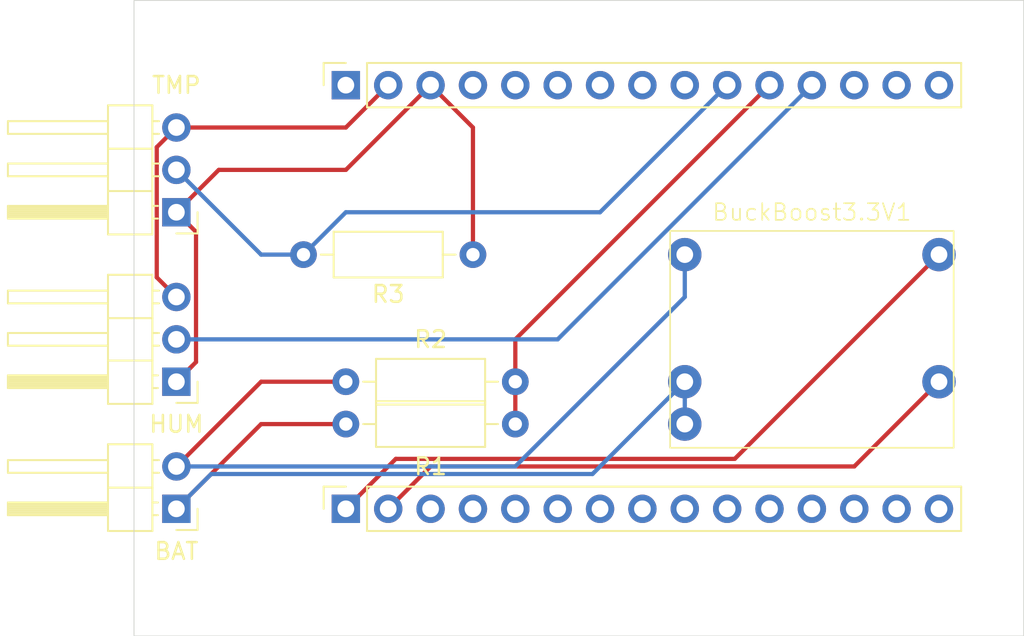
<source format=kicad_pcb>
(kicad_pcb (version 20240108) (generator "pcbnew") (generator_version "8.0")
  (layers (0 "F.Cu" signal) (31 "B.Cu" signal) (34 "B.Paste" user) (35 "F.Paste" user) (36 "B.SilkS" user "B.Silkscreen") (37 "F.SilkS" user "F.Silkscreen") (38 "B.Mask" user) (39 "F.Mask" user) (44 "Edge.Cuts" user))
  (net 0 "")
  (net 1 "GND")
  (net 2 "3.3V")
  (net 3 "BAT+")
  (net 4 "BAT")
  (net 5 "TMP")
  (net 6 "HUM")
  (net 7 "SEN")
  (footprint "Resistor_THT:R_Axial_DIN0207_L6.3mm_D2.5mm_P10.16mm_Horizontal" (layer "F.Cu") (at 48.26 48.26 180)
    (property "Reference" "R2" (at 5.08 2.54 0) (layer "F.SilkS"))
    (property "Value" "1M")
    (fp_line (start 9.12 0) (end 8.35 0) (stroke (width 0.12)) (layer "F.SilkS"))
    (fp_line (start 8.35 1.37) (end 8.35 -1.37) (stroke (width 0.12)) (layer "F.SilkS"))
    (fp_line (start 8.35 -1.37) (end 1.81 -1.37) (stroke (width 0.12)) (layer "F.SilkS"))
    (fp_line (start 1.81 1.37) (end 8.35 1.37) (stroke (width 0.12)) (layer "F.SilkS"))
    (fp_line (start 1.81 -1.37) (end 1.81 1.37) (stroke (width 0.12)) (layer "F.SilkS"))
    (fp_line (start 1.04 0) (end 1.81 0) (stroke (width 0.12)) (layer "F.SilkS"))
    (pad "1" thru_hole circle (at 0 0 180) (size 1.6 1.6) (drill 0.8) (layers "*.Cu" "*.Mask") (net 4 "BAT"))
    (pad "2" thru_hole oval (at 10.16 0 180) (size 1.6 1.6) (drill 0.8) (layers "*.Cu" "*.Mask") (net 1 "GND"))
  )
  (footprint "Connector_PinHeader_2.54mm:PinHeader_1x02_P2.54mm_Horizontal" (layer "F.Cu") (at 27.94 55.88 180)
    (property "Reference" "BAT" (at 0 -2.54 0) (layer "F.SilkS"))
    (property "Value" "PinHeader_1x02_P2.54mm_Horizontal" (hide yes))
    (fp_line (start 10.1 2.92) (end 4.1 2.92) (stroke (width 0.12)) (layer "F.SilkS"))
    (fp_line (start 10.1 2.16) (end 10.1 2.92) (stroke (width 0.12)) (layer "F.SilkS"))
    (fp_line (start 10.1 0.38) (end 4.1 0.38) (stroke (width 0.12)) (layer "F.SilkS"))
    (fp_line (start 10.1 -0.38) (end 10.1 0.38) (stroke (width 0.12)) (layer "F.SilkS"))
    (fp_line (start 4.1 3.87) (end 4.1 -1.33) (stroke (width 0.12)) (layer "F.SilkS"))
    (fp_line (start 4.1 2.16) (end 10.1 2.16) (stroke (width 0.12)) (layer "F.SilkS"))
    (fp_line (start 4.1 0.28) (end 10.1 0.28) (stroke (width 0.12)) (layer "F.SilkS"))
    (fp_line (start 4.1 0.16) (end 10.1 0.16) (stroke (width 0.12)) (layer "F.SilkS"))
    (fp_line (start 4.1 0.04) (end 10.1 0.04) (stroke (width 0.12)) (layer "F.SilkS"))
    (fp_line (start 4.1 -0.08) (end 10.1 -0.08) (stroke (width 0.12)) (layer "F.SilkS"))
    (fp_line (start 4.1 -0.2) (end 10.1 -0.2) (stroke (width 0.12)) (layer "F.SilkS"))
    (fp_line (start 4.1 -0.32) (end 10.1 -0.32) (stroke (width 0.12)) (layer "F.SilkS"))
    (fp_line (start 4.1 -0.38) (end 10.1 -0.38) (stroke (width 0.12)) (layer "F.SilkS"))
    (fp_line (start 4.1 -1.33) (end 1.44 -1.33) (stroke (width 0.12)) (layer "F.SilkS"))
    (fp_line (start 1.44 3.87) (end 4.1 3.87) (stroke (width 0.12)) (layer "F.SilkS"))
    (fp_line (start 1.44 1.27) (end 4.1 1.27) (stroke (width 0.12)) (layer "F.SilkS"))
    (fp_line (start 1.44 -1.33) (end 1.44 3.87) (stroke (width 0.12)) (layer "F.SilkS"))
    (fp_line (start 1.11 0.38) (end 1.44 0.38) (stroke (width 0.12)) (layer "F.SilkS"))
    (fp_line (start 1.11 -0.38) (end 1.44 -0.38) (stroke (width 0.12)) (layer "F.SilkS"))
    (fp_line (start 1.042929 2.92) (end 1.44 2.92) (stroke (width 0.12)) (layer "F.SilkS"))
    (fp_line (start 1.042929 2.16) (end 1.44 2.16) (stroke (width 0.12)) (layer "F.SilkS"))
    (fp_line (start -1.27 0) (end -1.27 -1.27) (stroke (width 0.12)) (layer "F.SilkS"))
    (fp_line (start -1.27 -1.27) (end 0 -1.27) (stroke (width 0.12)) (layer "F.SilkS"))
    (pad "+" thru_hole rect (at 0 0 180) (size 1.7 1.7) (drill 1) (layers "*.Cu" "*.Mask") (net 3 "BAT+"))
    (pad "-" thru_hole oval (at 0 2.54 180) (size 1.7 1.7) (drill 1) (layers "*.Cu" "*.Mask") (net 1 "GND"))
  )
  (footprint "Connector_PinSocket_2.54mm:PinSocket_1x15_P2.54mm_Vertical" (layer "F.Cu") (at 38.1 30.48 90)
    (property "Reference" "REF**" (hide yes))
    (property "Value" "PinSocket_1x15_P2.54mm_Vertical" (hide yes))
    (fp_line (start 1.33 -1.33) (end 1.33 0) (stroke (width 0.12)) (layer "F.SilkS"))
    (fp_line (start 0 -1.33) (end 1.33 -1.33) (stroke (width 0.12)) (layer "F.SilkS"))
    (fp_line (start 1.33 1.27) (end 1.33 36.89) (stroke (width 0.12)) (layer "F.SilkS"))
    (fp_line (start -1.33 1.27) (end 1.33 1.27) (stroke (width 0.12)) (layer "F.SilkS"))
    (fp_line (start -1.33 1.27) (end -1.33 36.89) (stroke (width 0.12)) (layer "F.SilkS"))
    (fp_line (start -1.33 36.89) (end 1.33 36.89) (stroke (width 0.12)) (layer "F.SilkS"))
    (pad "1" thru_hole rect (at 0 0 90) (size 1.7 1.7) (drill 1) (layers "*.Cu" "*.Mask"))
    (pad "4" thru_hole oval (at 0 7.62 90) (size 1.7 1.7) (drill 1) (layers "*.Cu" "*.Mask"))
    (pad "5" thru_hole oval (at 0 10.16 90) (size 1.7 1.7) (drill 1) (layers "*.Cu" "*.Mask"))
    (pad "6" thru_hole oval (at 0 12.7 90) (size 1.7 1.7) (drill 1) (layers "*.Cu" "*.Mask"))
    (pad "7" thru_hole oval (at 0 15.24 90) (size 1.7 1.7) (drill 1) (layers "*.Cu" "*.Mask"))
    (pad "8" thru_hole oval (at 0 17.78 90) (size 1.7 1.7) (drill 1) (layers "*.Cu" "*.Mask"))
    (pad "12" thru_hole oval (at 0 27.94 90) (size 1.7 1.7) (drill 1) (layers "*.Cu" "*.Mask"))
    (pad "13" thru_hole oval (at 0 30.48 90) (size 1.7 1.7) (drill 1) (layers "*.Cu" "*.Mask"))
    (pad "14" thru_hole oval (at 0 33.02 90) (size 1.7 1.7) (drill 1) (layers "*.Cu" "*.Mask"))
    (pad "15" thru_hole oval (at 0 35.56 90) (size 1.7 1.7) (drill 1) (layers "*.Cu" "*.Mask"))
    (pad "BAT" thru_hole oval (at 0 22.86 90) (size 1.7 1.7) (drill 1) (layers "*.Cu" "*.Mask") (net 4 "BAT"))
    (pad "GND" thru_hole oval (at 0 2.54 90) (size 1.7 1.7) (drill 1) (layers "*.Cu" "*.Mask") (net 1 "GND"))
    (pad "HUM" thru_hole oval (at 0 25.4 90) (size 1.7 1.7) (drill 1) (layers "*.Cu" "*.Mask") (net 6 "HUM"))
    (pad "SEN" thru_hole oval (at 0 5.08 90) (size 1.7 1.7) (drill 1) (layers "*.Cu" "*.Mask") (net 7 "SEN"))
    (pad "TMP" thru_hole oval (at 0 20.32 90) (size 1.7 1.7) (drill 1) (layers "*.Cu" "*.Mask") (net 5 "TMP"))
  )
  (footprint "Connector_PinSocket_2.54mm:PinSocket_1x15_P2.54mm_Vertical" (layer "F.Cu") (at 38.1 55.88 90)
    (property "Reference" "REF**" (hide yes))
    (property "Value" "PinSocket_1x15_P2.54mm_Vertical" (hide yes))
    (fp_line (start 1.33 -1.33) (end 1.33 0) (stroke (width 0.12)) (layer "F.SilkS"))
    (fp_line (start 0 -1.33) (end 1.33 -1.33) (stroke (width 0.12)) (layer "F.SilkS"))
    (fp_line (start 1.33 1.27) (end 1.33 36.89) (stroke (width 0.12)) (layer "F.SilkS"))
    (fp_line (start -1.33 1.27) (end 1.33 1.27) (stroke (width 0.12)) (layer "F.SilkS"))
    (fp_line (start -1.33 1.27) (end -1.33 36.89) (stroke (width 0.12)) (layer "F.SilkS"))
    (fp_line (start -1.33 36.89) (end 1.33 36.89) (stroke (width 0.12)) (layer "F.SilkS"))
    (pad "3" thru_hole oval (at 0 5.08 90) (size 1.7 1.7) (drill 1) (layers "*.Cu" "*.Mask"))
    (pad "3.3V" thru_hole rect (at 0 0 90) (size 1.7 1.7) (drill 1) (layers "*.Cu" "*.Mask") (net 2 "3.3V"))
    (pad "4" thru_hole oval (at 0 7.62 90) (size 1.7 1.7) (drill 1) (layers "*.Cu" "*.Mask"))
    (pad "5" thru_hole oval (at 0 10.16 90) (size 1.7 1.7) (drill 1) (layers "*.Cu" "*.Mask"))
    (pad "6" thru_hole oval (at 0 12.7 90) (size 1.7 1.7) (drill 1) (layers "*.Cu" "*.Mask"))
    (pad "7" thru_hole oval (at 0 15.24 90) (size 1.7 1.7) (drill 1) (layers "*.Cu" "*.Mask"))
    (pad "8" thru_hole oval (at 0 17.78 90) (size 1.7 1.7) (drill 1) (layers "*.Cu" "*.Mask"))
    (pad "9" thru_hole oval (at 0 20.32 90) (size 1.7 1.7) (drill 1) (layers "*.Cu" "*.Mask"))
    (pad "10" thru_hole oval (at 0 22.86 90) (size 1.7 1.7) (drill 1) (layers "*.Cu" "*.Mask"))
    (pad "11" thru_hole oval (at 0 25.4 90) (size 1.7 1.7) (drill 1) (layers "*.Cu" "*.Mask"))
    (pad "12" thru_hole oval (at 0 27.94 90) (size 1.7 1.7) (drill 1) (layers "*.Cu" "*.Mask"))
    (pad "13" thru_hole oval (at 0 30.48 90) (size 1.7 1.7) (drill 1) (layers "*.Cu" "*.Mask"))
    (pad "14" thru_hole oval (at 0 33.02 90) (size 1.7 1.7) (drill 1) (layers "*.Cu" "*.Mask"))
    (pad "15" thru_hole oval (at 0 35.56 90) (size 1.7 1.7) (drill 1) (layers "*.Cu" "*.Mask"))
    (pad "GND" thru_hole oval (at 0 2.54 90) (size 1.7 1.7) (drill 1) (layers "*.Cu" "*.Mask") (net 1 "GND"))
  )
  (footprint "Resistor_THT:R_Axial_DIN0207_L6.3mm_D2.5mm_P10.16mm_Horizontal" (layer "F.Cu") (at 38.1 50.8)
    (property "Reference" "R1" (at 5.08 2.54 0) (layer "F.SilkS"))
    (property "Value" "1M")
    (fp_line (start 1.04 0) (end 1.81 0) (stroke (width 0.12)) (layer "F.SilkS"))
    (fp_line (start 1.81 -1.37) (end 1.81 1.37) (stroke (width 0.12)) (layer "F.SilkS"))
    (fp_line (start 1.81 1.37) (end 8.35 1.37) (stroke (width 0.12)) (layer "F.SilkS"))
    (fp_line (start 8.35 -1.37) (end 1.81 -1.37) (stroke (width 0.12)) (layer "F.SilkS"))
    (fp_line (start 8.35 1.37) (end 8.35 -1.37) (stroke (width 0.12)) (layer "F.SilkS"))
    (fp_line (start 9.12 0) (end 8.35 0) (stroke (width 0.12)) (layer "F.SilkS"))
    (pad "1" thru_hole circle (at 0 0) (size 1.6 1.6) (drill 0.8) (layers "*.Cu" "*.Mask") (net 3 "BAT+"))
    (pad "2" thru_hole oval (at 10.16 0) (size 1.6 1.6) (drill 0.8) (layers "*.Cu" "*.Mask") (net 4 "BAT"))
  )
  (footprint "Connector_PinHeader_2.54mm:PinHeader_1x03_P2.54mm_Horizontal" (layer "F.Cu") (at 27.94 38.1 180)
    (property "Reference" "TMP" (at 0 7.62 0) (layer "F.SilkS"))
    (property "Value" "PinHeader_1x03_P2.54mm_Horizontal" (hide yes))
    (fp_line (start 10.1 5.46) (end 4.1 5.46) (stroke (width 0.12)) (layer "F.SilkS"))
    (fp_line (start 10.1 4.7) (end 10.1 5.46) (stroke (width 0.12)) (layer "F.SilkS"))
    (fp_line (start 10.1 2.92) (end 4.1 2.92) (stroke (width 0.12)) (layer "F.SilkS"))
    (fp_line (start 10.1 2.16) (end 10.1 2.92) (stroke (width 0.12)) (layer "F.SilkS"))
    (fp_line (start 10.1 0.38) (end 4.1 0.38) (stroke (width 0.12)) (layer "F.SilkS"))
    (fp_line (start 10.1 -0.38) (end 10.1 0.38) (stroke (width 0.12)) (layer "F.SilkS"))
    (fp_line (start 4.1 6.41) (end 4.1 -1.33) (stroke (width 0.12)) (layer "F.SilkS"))
    (fp_line (start 4.1 4.7) (end 10.1 4.7) (stroke (width 0.12)) (layer "F.SilkS"))
    (fp_line (start 4.1 2.16) (end 10.1 2.16) (stroke (width 0.12)) (layer "F.SilkS"))
    (fp_line (start 4.1 0.28) (end 10.1 0.28) (stroke (width 0.12)) (layer "F.SilkS"))
    (fp_line (start 4.1 0.16) (end 10.1 0.16) (stroke (width 0.12)) (layer "F.SilkS"))
    (fp_line (start 4.1 0.04) (end 10.1 0.04) (stroke (width 0.12)) (layer "F.SilkS"))
    (fp_line (start 4.1 -0.08) (end 10.1 -0.08) (stroke (width 0.12)) (layer "F.SilkS"))
    (fp_line (start 4.1 -0.2) (end 10.1 -0.2) (stroke (width 0.12)) (layer "F.SilkS"))
    (fp_line (start 4.1 -0.32) (end 10.1 -0.32) (stroke (width 0.12)) (layer "F.SilkS"))
    (fp_line (start 4.1 -0.38) (end 10.1 -0.38) (stroke (width 0.12)) (layer "F.SilkS"))
    (fp_line (start 4.1 -1.33) (end 1.44 -1.33) (stroke (width 0.12)) (layer "F.SilkS"))
    (fp_line (start 1.44 6.41) (end 4.1 6.41) (stroke (width 0.12)) (layer "F.SilkS"))
    (fp_line (start 1.44 3.81) (end 4.1 3.81) (stroke (width 0.12)) (layer "F.SilkS"))
    (fp_line (start 1.44 1.27) (end 4.1 1.27) (stroke (width 0.12)) (layer "F.SilkS"))
    (fp_line (start 1.44 -1.33) (end 1.44 6.41) (stroke (width 0.12)) (layer "F.SilkS"))
    (fp_line (start 1.11 0.38) (end 1.44 0.38) (stroke (width 0.12)) (layer "F.SilkS"))
    (fp_line (start 1.11 -0.38) (end 1.44 -0.38) (stroke (width 0.12)) (layer "F.SilkS"))
    (fp_line (start 1.042929 5.46) (end 1.44 5.46) (stroke (width 0.12)) (layer "F.SilkS"))
    (fp_line (start 1.042929 4.7) (end 1.44 4.7) (stroke (width 0.12)) (layer "F.SilkS"))
    (fp_line (start 1.042929 2.92) (end 1.44 2.92) (stroke (width 0.12)) (layer "F.SilkS"))
    (fp_line (start 1.042929 2.16) (end 1.44 2.16) (stroke (width 0.12)) (layer "F.SilkS"))
    (fp_line (start -1.27 0) (end -1.27 -1.27) (stroke (width 0.12)) (layer "F.SilkS"))
    (fp_line (start -1.27 -1.27) (end 0 -1.27) (stroke (width 0.12)) (layer "F.SilkS"))
    (pad "+" thru_hole rect (at 0 0 180) (size 1.7 1.7) (drill 1) (layers "*.Cu" "*.Mask") (net 7 "SEN"))
    (pad "-" thru_hole oval (at 0 5.08 180) (size 1.7 1.7) (drill 1) (layers "*.Cu" "*.Mask") (net 1 "GND"))
    (pad "D" thru_hole oval (at 0 2.54 180) (size 1.7 1.7) (drill 1) (layers "*.Cu" "*.Mask") (net 5 "TMP"))
  )
  (footprint "Resistor_THT:R_Axial_DIN0207_L6.3mm_D2.5mm_P10.16mm_Horizontal" (layer "F.Cu") (at 45.72 40.64 180)
    (property "Reference" "R3" (at 5.08 -2.37 0) (layer "F.SilkS"))
    (property "Value" "4.7k")
    (fp_line (start 9.12 0) (end 8.35 0) (stroke (width 0.12)) (layer "F.SilkS"))
    (fp_line (start 8.35 1.37) (end 8.35 -1.37) (stroke (width 0.12)) (layer "F.SilkS"))
    (fp_line (start 8.35 -1.37) (end 1.81 -1.37) (stroke (width 0.12)) (layer "F.SilkS"))
    (fp_line (start 1.81 1.37) (end 8.35 1.37) (stroke (width 0.12)) (layer "F.SilkS"))
    (fp_line (start 1.81 -1.37) (end 1.81 1.37) (stroke (width 0.12)) (layer "F.SilkS"))
    (fp_line (start 1.04 0) (end 1.81 0) (stroke (width 0.12)) (layer "F.SilkS"))
    (pad "1" thru_hole circle (at 0 0 180) (size 1.6 1.6) (drill 0.8) (layers "*.Cu" "*.Mask") (net 7 "SEN"))
    (pad "2" thru_hole oval (at 10.16 0 180) (size 1.6 1.6) (drill 0.8) (layers "*.Cu" "*.Mask") (net 5 "TMP"))
  )
  (footprint "Connector_PinHeader_2.54mm:PinHeader_1x03_P2.54mm_Horizontal" (layer "F.Cu") (at 27.94 48.26 180)
    (property "Reference" "HUM" (at 0 -2.54 0) (layer "F.SilkS"))
    (property "Value" "PinHeader_1x03_P2.54mm_Horizontal" (hide yes))
    (fp_line (start 10.1 5.46) (end 4.1 5.46) (stroke (width 0.12)) (layer "F.SilkS"))
    (fp_line (start 10.1 4.7) (end 10.1 5.46) (stroke (width 0.12)) (layer "F.SilkS"))
    (fp_line (start 10.1 2.92) (end 4.1 2.92) (stroke (width 0.12)) (layer "F.SilkS"))
    (fp_line (start 10.1 2.16) (end 10.1 2.92) (stroke (width 0.12)) (layer "F.SilkS"))
    (fp_line (start 10.1 0.38) (end 4.1 0.38) (stroke (width 0.12)) (layer "F.SilkS"))
    (fp_line (start 10.1 -0.38) (end 10.1 0.38) (stroke (width 0.12)) (layer "F.SilkS"))
    (fp_line (start 4.1 6.41) (end 4.1 -1.33) (stroke (width 0.12)) (layer "F.SilkS"))
    (fp_line (start 4.1 4.7) (end 10.1 4.7) (stroke (width 0.12)) (layer "F.SilkS"))
    (fp_line (start 4.1 2.16) (end 10.1 2.16) (stroke (width 0.12)) (layer "F.SilkS"))
    (fp_line (start 4.1 0.28) (end 10.1 0.28) (stroke (width 0.12)) (layer "F.SilkS"))
    (fp_line (start 4.1 0.16) (end 10.1 0.16) (stroke (width 0.12)) (layer "F.SilkS"))
    (fp_line (start 4.1 0.04) (end 10.1 0.04) (stroke (width 0.12)) (layer "F.SilkS"))
    (fp_line (start 4.1 -0.08) (end 10.1 -0.08) (stroke (width 0.12)) (layer "F.SilkS"))
    (fp_line (start 4.1 -0.2) (end 10.1 -0.2) (stroke (width 0.12)) (layer "F.SilkS"))
    (fp_line (start 4.1 -0.32) (end 10.1 -0.32) (stroke (width 0.12)) (layer "F.SilkS"))
    (fp_line (start 4.1 -0.38) (end 10.1 -0.38) (stroke (width 0.12)) (layer "F.SilkS"))
    (fp_line (start 4.1 -1.33) (end 1.44 -1.33) (stroke (width 0.12)) (layer "F.SilkS"))
    (fp_line (start 1.44 6.41) (end 4.1 6.41) (stroke (width 0.12)) (layer "F.SilkS"))
    (fp_line (start 1.44 3.81) (end 4.1 3.81) (stroke (width 0.12)) (layer "F.SilkS"))
    (fp_line (start 1.44 1.27) (end 4.1 1.27) (stroke (width 0.12)) (layer "F.SilkS"))
    (fp_line (start 1.44 -1.33) (end 1.44 6.41) (stroke (width 0.12)) (layer "F.SilkS"))
    (fp_line (start 1.11 0.38) (end 1.44 0.38) (stroke (width 0.12)) (layer "F.SilkS"))
    (fp_line (start 1.11 -0.38) (end 1.44 -0.38) (stroke (width 0.12)) (layer "F.SilkS"))
    (fp_line (start 1.042929 5.46) (end 1.44 5.46) (stroke (width 0.12)) (layer "F.SilkS"))
    (fp_line (start 1.042929 4.7) (end 1.44 4.7) (stroke (width 0.12)) (layer "F.SilkS"))
    (fp_line (start 1.042929 2.92) (end 1.44 2.92) (stroke (width 0.12)) (layer "F.SilkS"))
    (fp_line (start 1.042929 2.16) (end 1.44 2.16) (stroke (width 0.12)) (layer "F.SilkS"))
    (fp_line (start -1.27 0) (end -1.27 -1.27) (stroke (width 0.12)) (layer "F.SilkS"))
    (fp_line (start -1.27 -1.27) (end 0 -1.27) (stroke (width 0.12)) (layer "F.SilkS"))
    (pad "+" thru_hole rect (at 0 0 180) (size 1.7 1.7) (drill 1) (layers "*.Cu" "*.Mask") (net 7 "SEN"))
    (pad "-" thru_hole oval (at 0 5.08 180) (size 1.7 1.7) (drill 1) (layers "*.Cu" "*.Mask") (net 1 "GND"))
    (pad "A" thru_hole oval (at 0 2.54 180) (size 1.7 1.7) (drill 1) (layers "*.Cu" "*.Mask") (net 6 "HUM"))
  )
  (footprint "custom:BuckBoost3.3V" (layer "F.Cu") (at 66.04 45.72 90)
    (property "Reference" "BuckBoost3.3V1" (at 7.62 0 0) (layer "F.SilkS") (effects (font (thickness 0.1))))
    (property "Value" "~")
    (fp_rect (start -6.5 -8.5) (end 6.5 8.5) (stroke (width 0.1)) (fill none) (layer "F.SilkS"))
    (pad "1" thru_hole circle (at -2.54 7.62 90) (size 2 2) (drill 1) (layers "*.Cu" "*.Mask") (net 1 "GND"))
    (pad "1" thru_hole circle (at 5.08 -7.62 90) (size 2 2) (drill 1) (layers "*.Cu" "*.Mask") (net 1 "GND"))
    (pad "2" thru_hole circle (at -2.54 -7.62 90) (size 2 2) (drill 1) (layers "*.Cu" "*.Mask") (net 3 "BAT+"))
    (pad "3" thru_hole circle (at -5.08 -7.62 90) (size 2 2) (drill 1) (layers "*.Cu" "*.Mask") (net 3 "BAT+"))
    (pad "4" thru_hole circle (at 5.08 7.62 90) (size 2 2) (drill 1) (layers "*.Cu" "*.Mask") (net 2 "3.3V"))
  )
  (gr_rect (start 25.4 25.4) (end 78.74 63.5) (stroke (width 0.05)) (fill none) (layer "Edge.Cuts"))
  (segment (start 33.02 48.26) (end 27.94 53.34) (width 0.254) (layer "F.Cu") (net 1))
  (segment (start 26.763 42.003) (end 26.763 34.197) (width 0.254) (layer "F.Cu") (net 1))
  (segment (start 26.763 34.197) (end 27.94 33.02) (width 0.254) (layer "F.Cu") (net 1))
  (segment (start 27.94 43.18) (end 26.763 42.003) (width 0.254) (layer "F.Cu") (net 1))
  (segment (start 43.18 53.34) (end 68.58 53.34) (width 0.254) (layer "F.Cu") (net 1))
  (segment (start 38.1 33.02) (end 40.64 30.48) (width 0.254) (layer "F.Cu") (net 1))
  (segment (start 43.18 53.34) (end 40.64 55.88) (width 0.254) (layer "F.Cu") (net 1))
  (segment (start 38.1 48.26) (end 33.02 48.26) (width 0.254) (layer "F.Cu") (net 1))
  (segment (start 27.94 33.02) (end 38.1 33.02) (width 0.254) (layer "F.Cu") (net 1))
  (segment (start 68.58 53.34) (end 73.66 48.26) (width 0.254) (layer "F.Cu") (net 1))
  (segment (start 58.42 40.64) (end 58.42 43.18) (width 0.254) (layer "B.Cu") (net 1))
  (segment (start 48.26 53.34) (end 27.94 53.34) (width 0.254) (layer "B.Cu") (net 1))
  (segment (start 58.42 43.18) (end 48.26 53.34) (width 0.254) (layer "B.Cu") (net 1))
  (segment (start 41.094 52.886) (end 38.1 55.88) (width 0.254) (layer "F.Cu") (net 2))
  (segment (start 73.66 40.64) (end 61.414 52.886) (width 0.254) (layer "F.Cu") (net 2))
  (segment (start 61.414 52.886) (end 41.094 52.886) (width 0.254) (layer "F.Cu") (net 2))
  (segment (start 38.1 50.8) (end 33.02 50.8) (width 0.254) (layer "F.Cu") (net 3))
  (segment (start 33.02 50.8) (end 27.94 55.88) (width 0.254) (layer "F.Cu") (net 3))
  (segment (start 52.886 53.794) (end 30.026 53.794) (width 0.254) (layer "B.Cu") (net 3))
  (segment (start 30.026 53.794) (end 27.94 55.88) (width 0.254) (layer "B.Cu") (net 3))
  (segment (start 58.42 48.26) (end 58.42 50.8) (width 0.254) (layer "B.Cu") (net 3))
  (segment (start 58.42 48.26) (end 52.886 53.794) (width 0.254) (layer "B.Cu") (net 3))
  (segment (start 48.26 45.72) (end 63.5 30.48) (width 0.254) (layer "F.Cu") (net 4))
  (segment (start 48.26 50.8) (end 48.26 48.26) (width 0.254) (layer "F.Cu") (net 4))
  (segment (start 48.26 48.26) (end 48.26 45.72) (width 0.254) (layer "F.Cu") (net 4))
  (segment (start 53.34 38.1) (end 38.1 38.1) (width 0.254) (layer "B.Cu") (net 5))
  (segment (start 60.96 30.48) (end 53.34 38.1) (width 0.254) (layer "B.Cu") (net 5))
  (segment (start 38.1 38.1) (end 35.56 40.64) (width 0.254) (layer "B.Cu") (net 5))
  (segment (start 35.56 40.64) (end 33.02 40.64) (width 0.254) (layer "B.Cu") (net 5))
  (segment (start 33.02 40.64) (end 27.94 35.56) (width 0.254) (layer "B.Cu") (net 5))
  (segment (start 66.04 30.48) (end 50.8 45.72) (width 0.254) (layer "B.Cu") (net 6))
  (segment (start 50.8 45.72) (end 27.94 45.72) (width 0.254) (layer "B.Cu") (net 6))
  (segment (start 27.94 38.1) (end 30.48 35.56) (width 0.254) (layer "F.Cu") (net 7))
  (segment (start 30.48 35.56) (end 38.1 35.56) (width 0.254) (layer "F.Cu") (net 7))
  (segment (start 45.72 33.02) (end 43.18 30.48) (width 0.254) (layer "F.Cu") (net 7))
  (segment (start 28.89 47.31) (end 27.94 48.26) (width 0.254) (layer "F.Cu") (net 7))
  (segment (start 45.72 40.64) (end 45.72 33.02) (width 0.254) (layer "F.Cu") (net 7))
  (segment (start 38.1 35.56) (end 43.18 30.48) (width 0.254) (layer "F.Cu") (net 7))
  (segment (start 29.117 47.083) (end 27.94 48.26) (width 0.254) (layer "F.Cu") (net 7))
  (segment (start 29.117 39.277) (end 29.117 47.083) (width 0.254) (layer "F.Cu") (net 7))
  (segment (start 27.94 38.1) (end 29.117 39.277) (width 0.254) (layer "F.Cu") (net 7))
)
</source>
